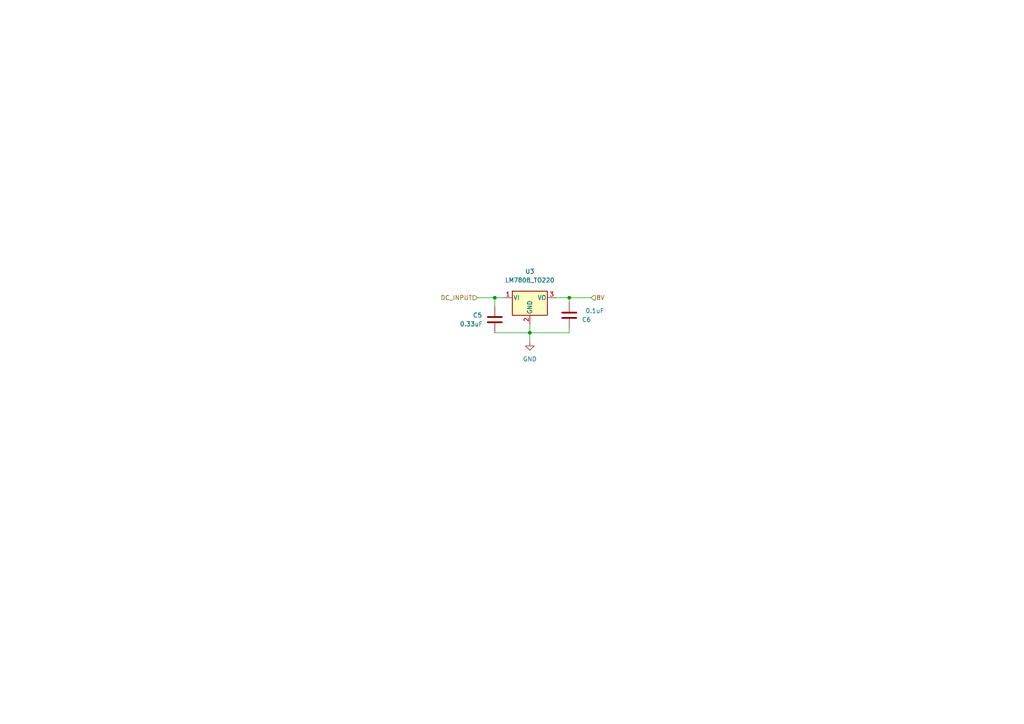
<source format=kicad_sch>
(kicad_sch (version 20211123) (generator eeschema)
  (paper "A4")
  (lib_symbols
    (symbol "Device:C" (pin_numbers hide) (pin_names (offset 0.254))
      (property "Reference" "C" (at 0.635 2.54 0))
      (property "Value" "C" (at 0.635 -2.54 0))
      (symbol "C_0_1"
        (polyline (pts (xy -2.032 -0.762) (xy 2.032 -0.762)) (stroke (width 0.508)))
        (polyline (pts (xy -2.032 0.762) (xy 2.032 0.762)) (stroke (width 0.508)))
      )
      (symbol "C_1_1"
        (pin passive line (at 0 3.81 270) (length 2.794) (name "~") (number "1"))
        (pin passive line (at 0 -3.81 90) (length 2.794) (name "~") (number "2"))
      )
    )
    (symbol "Regulator_Linear:LM7808_TO220" (pin_names (offset 0.254))
      (property "Reference" "U" (at -3.81 3.175 0))
      (property "Value" "LM7808_TO220" (at 0 3.175 0))
      (symbol "LM7808_TO220_0_1"
        (rectangle (start -5.08 1.905) (end 5.08 -5.08) (stroke (width 0.254)) (fill (type background)))
      )
      (symbol "LM7808_TO220_1_1"
        (pin power_in line (at -7.62 0 0) (length 2.54) (name "VI") (number "1"))
        (pin power_in line (at 0 -7.62 90) (length 2.54) (name "GND") (number "2"))
        (pin power_out line (at 7.62 0 180) (length 2.54) (name "VO") (number "3"))
      )
    )
    (symbol "power:GND" (power) (pin_names (offset 0))
      (property "Value" "GND" (at 0 -3.81 0))
      (symbol "GND_0_1"
        (polyline (pts (xy 0 0) (xy 0 -1.27) (xy 1.27 -1.27) (xy 0 -2.54) (xy -1.27 -1.27) (xy 0 -1.27)))
      )
      (symbol "GND_1_1"
        (pin power_in line (at 0 0 270) (length 0) hide (name "GND") (number "1"))
      )
    )
  )
  (junction (at 143.51 86.36))
  (junction (at 165.1 86.36))
  (junction (at 153.67 96.52))
  (wire (pts (xy 153.67 96.52) (xy 165.1 96.52)))
  (wire (pts (xy 165.1 86.36) (xy 165.1 87.63)))
  (wire (pts (xy 153.67 96.52) (xy 153.67 99.06)))
  (wire (pts (xy 165.1 95.25) (xy 165.1 96.52)))
  (wire (pts (xy 138.43 86.36) (xy 143.51 86.36)))
  (wire (pts (xy 143.51 86.36) (xy 146.05 86.36)))
  (wire (pts (xy 161.29 86.36) (xy 165.1 86.36)))
  (wire (pts (xy 143.51 96.52) (xy 153.67 96.52)))
  (wire (pts (xy 143.51 86.36) (xy 143.51 88.9)))
  (wire (pts (xy 165.1 86.36) (xy 171.45 86.36)))
  (wire (pts (xy 153.67 93.98) (xy 153.67 96.52)))
  (hierarchical_label "8V" (shape input) (at 171.45 86.36 0))
  (hierarchical_label "DC_INPUT" (shape input) (at 138.43 86.36 180))
  (symbol (lib_id "Device:C") (at 165.1 91.44 180) (unit 1)
    (property "Reference" "C6" (at 171.45 92.71 0) (effects (justify left)))
    (property "Value" "0.1uF" (at 175.26 90.17 0) (effects (justify left)))
    (property "Footprint" "Capacitor_SMD:C_1812_4532Metric" (effects hide))
  )
  (symbol (lib_id "Regulator_Linear:LM7808_TO220") (at 153.67 86.36 0) (unit 1)
    (property "Reference" "U3" (at 153.67 78.74 0))
    (property "Value" "LM7808_TO220" (at 153.67 81.28 0))
    (property "Footprint" "Package_TO_SOT_THT:TO-220-3_Vertical" (effects hide))
    (property "Datasheet" "https://www.onsemi.cn/PowerSolutions/document/MC7800-D.PDF" (effects hide))
  )
  (symbol (lib_id "Device:C") (at 143.51 92.71 0) (unit 1)
    (property "Reference" "C5" (at 137.16 91.44 0) (effects (justify left)))
    (property "Value" "0.33uF" (at 133.35 93.98 0) (effects (justify left)))
    (property "Footprint" "Capacitor_SMD:C_1812_4532Metric" (effects hide))
  )
  (symbol (lib_id "power:GND") (at 153.67 99.06 0) (unit 1)
    (property "Reference" "#PWR0108" (effects hide))
    (property "Value" "GND" (at 153.67 104.14 0))
  )
)
</source>
